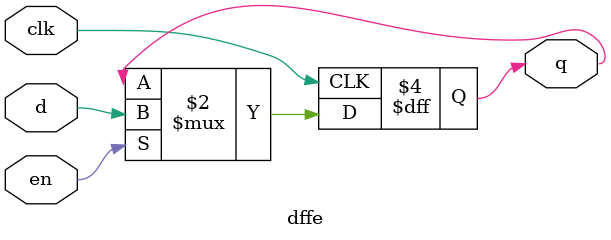
<source format=sv>

`include "common_defs.svh"

module dffe #(parameter int W = 1) (
// -------------------------------------------------------------------------- //
// Register Interface
  input [W - 1:0]                     d
, input                               en
//
, output logic [W - 1:0]              q

// -------------------------------------------------------------------------- //
// Clk
, input                               clk
);

always_ff @(posedge clk)
  if (en)
    q <= d;

endmodule : dffe

</source>
